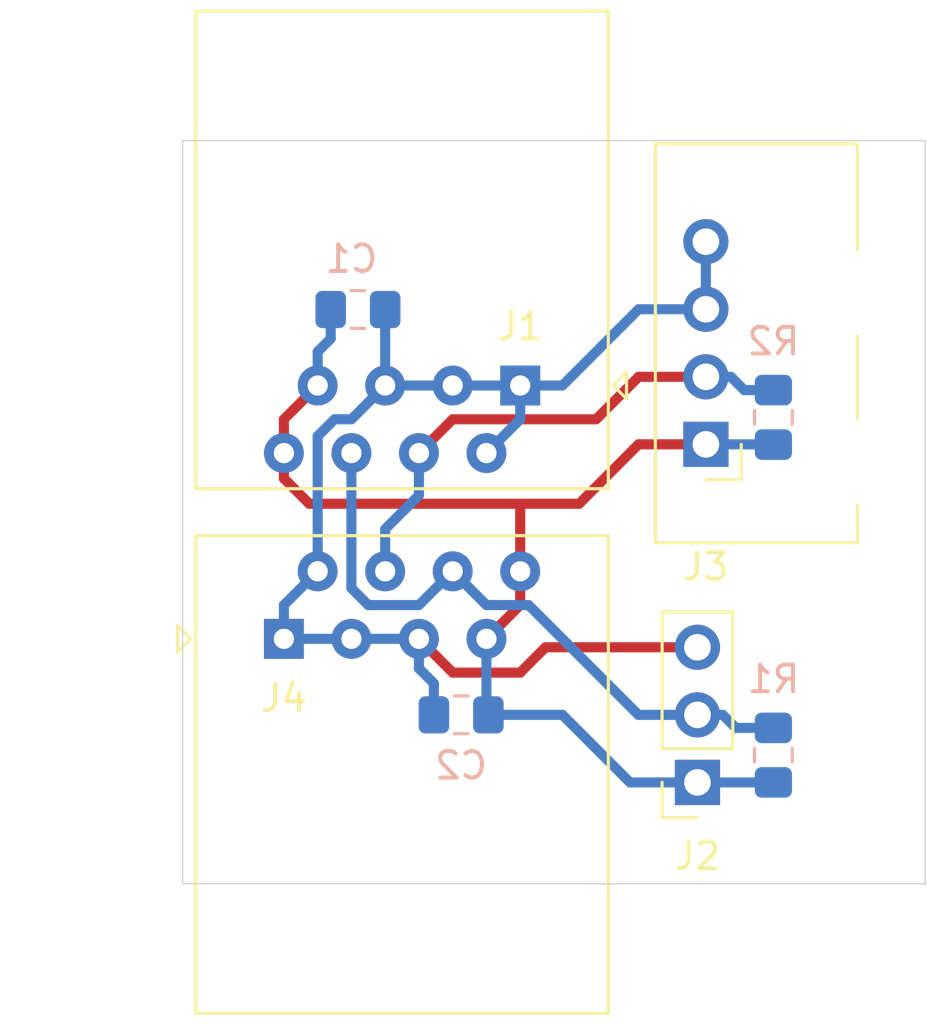
<source format=kicad_pcb>
(kicad_pcb (version 20171130) (host pcbnew "(5.1.5)-3")

  (general
    (thickness 1.6)
    (drawings 6)
    (tracks 68)
    (zones 0)
    (modules 12)
    (nets 5)
  )

  (page A4)
  (layers
    (0 F.Cu signal)
    (31 B.Cu signal)
    (32 B.Adhes user)
    (33 F.Adhes user)
    (34 B.Paste user)
    (35 F.Paste user)
    (36 B.SilkS user)
    (37 F.SilkS user)
    (38 B.Mask user)
    (39 F.Mask user)
    (40 Dwgs.User user)
    (41 Cmts.User user)
    (42 Eco1.User user)
    (43 Eco2.User user)
    (44 Edge.Cuts user)
    (45 Margin user)
    (46 B.CrtYd user)
    (47 F.CrtYd user)
    (48 B.Fab user hide)
    (49 F.Fab user hide)
  )

  (setup
    (last_trace_width 0.25)
    (user_trace_width 0.381)
    (trace_clearance 0.2)
    (zone_clearance 0.508)
    (zone_45_only no)
    (trace_min 0.2)
    (via_size 0.8)
    (via_drill 0.4)
    (via_min_size 0.4)
    (via_min_drill 0.3)
    (user_via 0.635 0.381)
    (uvia_size 0.3)
    (uvia_drill 0.1)
    (uvias_allowed no)
    (uvia_min_size 0.2)
    (uvia_min_drill 0.1)
    (edge_width 0.05)
    (segment_width 0.2)
    (pcb_text_width 0.3)
    (pcb_text_size 1.5 1.5)
    (mod_edge_width 0.12)
    (mod_text_size 1 1)
    (mod_text_width 0.15)
    (pad_size 1.524 1.524)
    (pad_drill 0.762)
    (pad_to_mask_clearance 0.051)
    (solder_mask_min_width 0.25)
    (aux_axis_origin 0 0)
    (grid_origin 113.665 109.22)
    (visible_elements 7FFFFFFF)
    (pcbplotparams
      (layerselection 0x010fc_ffffffff)
      (usegerberextensions false)
      (usegerberattributes false)
      (usegerberadvancedattributes false)
      (creategerberjobfile false)
      (excludeedgelayer true)
      (linewidth 0.100000)
      (plotframeref false)
      (viasonmask false)
      (mode 1)
      (useauxorigin false)
      (hpglpennumber 1)
      (hpglpenspeed 20)
      (hpglpendiameter 15.000000)
      (psnegative false)
      (psa4output false)
      (plotreference true)
      (plotvalue true)
      (plotinvisibletext false)
      (padsonsilk false)
      (subtractmaskfromsilk false)
      (outputformat 1)
      (mirror false)
      (drillshape 0)
      (scaleselection 1)
      (outputdirectory ""))
  )

  (net 0 "")
  (net 1 GND)
  (net 2 +5V)
  (net 3 /S2)
  (net 4 /S1)

  (net_class Default "This is the default net class."
    (clearance 0.2)
    (trace_width 0.25)
    (via_dia 0.8)
    (via_drill 0.4)
    (uvia_dia 0.3)
    (uvia_drill 0.1)
    (add_net +5V)
    (add_net /S1)
    (add_net /S2)
    (add_net GND)
  )

  (module 0MiscParts:MountingHole_1-8_1-8 (layer F.Cu) (tedit 5F5E5AE9) (tstamp 5F5EB799)
    (at 139.065 106.045)
    (path /5F5F5D63)
    (fp_text reference H4 (at 0 2.032) (layer F.Fab)
      (effects (font (size 1 1) (thickness 0.15)))
    )
    (fp_text value MountingHole (at 0 -2.032) (layer F.Fab)
      (effects (font (size 1 1) (thickness 0.15)))
    )
    (pad "" np_thru_hole circle (at 0 0) (size 3.175 3.175) (drill 3.175) (layers *.Cu *.Mask))
  )

  (module 0MiscParts:MountingHole_1-8_1-8 (layer F.Cu) (tedit 5F5E5AE9) (tstamp 5F5EB794)
    (at 139.065 86.995)
    (path /5F5F5BDD)
    (fp_text reference H3 (at 0 2.032) (layer F.Fab)
      (effects (font (size 1 1) (thickness 0.15)))
    )
    (fp_text value MountingHole (at 0 -2.032) (layer F.Fab)
      (effects (font (size 1 1) (thickness 0.15)))
    )
    (pad "" np_thru_hole circle (at 0 0) (size 3.175 3.175) (drill 3.175) (layers *.Cu *.Mask))
  )

  (module 0MiscParts:MountingHole_1-8_1-8 (layer F.Cu) (tedit 5F5E5AE9) (tstamp 5F5EB78F)
    (at 139.065 99.695)
    (path /5F5F5A6D)
    (fp_text reference H2 (at 0 2.032) (layer F.Fab)
      (effects (font (size 1 1) (thickness 0.15)))
    )
    (fp_text value MountingHole (at 0 -2.032) (layer F.Fab)
      (effects (font (size 1 1) (thickness 0.15)))
    )
    (pad "" np_thru_hole circle (at 0 0) (size 3.175 3.175) (drill 3.175) (layers *.Cu *.Mask))
  )

  (module 0MiscParts:MountingHole_1-8_1-8 (layer F.Cu) (tedit 5F5E5AE9) (tstamp 5F5EB78A)
    (at 139.065 93.345)
    (path /5F5F4A43)
    (fp_text reference H1 (at 0 2.032) (layer F.Fab)
      (effects (font (size 1 1) (thickness 0.15)))
    )
    (fp_text value MountingHole (at 0 -2.032) (layer F.Fab)
      (effects (font (size 1 1) (thickness 0.15)))
    )
    (pad "" np_thru_hole circle (at 0 0) (size 3.175 3.175) (drill 3.175) (layers *.Cu *.Mask))
  )

  (module Connector_RJ:RJ45_Amphenol_54602-x08_Horizontal (layer F.Cu) (tedit 5B103613) (tstamp 5F5EA42A)
    (at 117.475 100.0125)
    (descr "8 Pol Shallow Latch Connector, Modjack, RJ45 (https://cdn.amphenol-icc.com/media/wysiwyg/files/drawing/c-bmj-0102.pdf)")
    (tags RJ45)
    (path /5F5EBD5F)
    (fp_text reference J4 (at 0 2.2225) (layer F.SilkS)
      (effects (font (size 1 1) (thickness 0.15)))
    )
    (fp_text value RJ45 (at 4.445 4) (layer F.Fab)
      (effects (font (size 1 1) (thickness 0.15)))
    )
    (fp_line (start 12.6 14.47) (end -3.71 14.47) (layer F.CrtYd) (width 0.05))
    (fp_line (start 12.6 14.47) (end 12.6 -4.27) (layer F.CrtYd) (width 0.05))
    (fp_line (start -3.71 -4.27) (end -3.71 14.47) (layer F.CrtYd) (width 0.05))
    (fp_line (start -3.71 -4.27) (end 12.6 -4.27) (layer F.CrtYd) (width 0.05))
    (fp_line (start -3.315 -3.88) (end -3.315 14.08) (layer F.SilkS) (width 0.12))
    (fp_line (start 12.205 -3.88) (end -3.315 -3.88) (layer F.SilkS) (width 0.12))
    (fp_line (start 12.205 -3.88) (end 12.205 14.08) (layer F.SilkS) (width 0.12))
    (fp_line (start -3.315 14.08) (end 12.205 14.08) (layer F.SilkS) (width 0.12))
    (fp_line (start -3.205 -2.77) (end -2.205 -3.77) (layer F.Fab) (width 0.12))
    (fp_line (start -2.205 -3.77) (end 12.095 -3.77) (layer F.Fab) (width 0.12))
    (fp_line (start 12.095 -3.77) (end 12.095 13.97) (layer F.Fab) (width 0.12))
    (fp_line (start 12.095 13.97) (end -3.205 13.97) (layer F.Fab) (width 0.12))
    (fp_line (start -3.205 13.97) (end -3.205 -2.77) (layer F.Fab) (width 0.12))
    (fp_line (start -3.5 0) (end -4 -0.5) (layer F.SilkS) (width 0.12))
    (fp_line (start -4 -0.5) (end -4 0.5) (layer F.SilkS) (width 0.12))
    (fp_line (start -4 0.5) (end -3.5 0) (layer F.SilkS) (width 0.12))
    (fp_text user %R (at 4.445 2) (layer F.Fab)
      (effects (font (size 1 1) (thickness 0.15)))
    )
    (pad 8 thru_hole circle (at 8.89 -2.54) (size 1.5 1.5) (drill 0.76) (layers *.Cu *.Mask)
      (net 2 +5V))
    (pad 7 thru_hole circle (at 7.62 0) (size 1.5 1.5) (drill 0.76) (layers *.Cu *.Mask)
      (net 2 +5V))
    (pad 6 thru_hole circle (at 6.35 -2.54) (size 1.5 1.5) (drill 0.76) (layers *.Cu *.Mask)
      (net 3 /S2))
    (pad 5 thru_hole circle (at 5.08 0) (size 1.5 1.5) (drill 0.76) (layers *.Cu *.Mask)
      (net 1 GND))
    (pad 4 thru_hole circle (at 3.81 -2.54) (size 1.5 1.5) (drill 0.76) (layers *.Cu *.Mask)
      (net 4 /S1))
    (pad 3 thru_hole circle (at 2.54 0) (size 1.5 1.5) (drill 0.76) (layers *.Cu *.Mask)
      (net 1 GND))
    (pad 2 thru_hole circle (at 1.27 -2.54) (size 1.5 1.5) (drill 0.76) (layers *.Cu *.Mask)
      (net 1 GND))
    (pad 1 thru_hole rect (at 0 0) (size 1.5 1.5) (drill 0.76) (layers *.Cu *.Mask)
      (net 1 GND))
    (pad "" np_thru_hole circle (at -1.27 6.35) (size 3.2 3.2) (drill 3.2) (layers *.Cu *.Mask))
    (pad "" np_thru_hole circle (at 10.16 6.35) (size 3.2 3.2) (drill 3.2) (layers *.Cu *.Mask))
    (model ${KISYS3DMOD}/Connector_RJ.3dshapes/RJ45_Amphenol_54602-x08_Horizontal.wrl
      (at (xyz 0 0 0))
      (scale (xyz 1 1 1))
      (rotate (xyz 0 0 0))
    )
  )

  (module Capacitor_SMD:C_0805_2012Metric_Pad1.15x1.40mm_HandSolder (layer B.Cu) (tedit 5B36C52B) (tstamp 5F5EA375)
    (at 124.1425 102.87 180)
    (descr "Capacitor SMD 0805 (2012 Metric), square (rectangular) end terminal, IPC_7351 nominal with elongated pad for handsoldering. (Body size source: https://docs.google.com/spreadsheets/d/1BsfQQcO9C6DZCsRaXUlFlo91Tg2WpOkGARC1WS5S8t0/edit?usp=sharing), generated with kicad-footprint-generator")
    (tags "capacitor handsolder")
    (path /5F5EBD65)
    (attr smd)
    (fp_text reference C2 (at 0 -1.905) (layer B.SilkS)
      (effects (font (size 1 1) (thickness 0.15)) (justify mirror))
    )
    (fp_text value C (at 0 -1.65) (layer B.Fab)
      (effects (font (size 1 1) (thickness 0.15)) (justify mirror))
    )
    (fp_text user %R (at 0 0) (layer B.Fab)
      (effects (font (size 0.5 0.5) (thickness 0.08)) (justify mirror))
    )
    (fp_line (start 1.85 -0.95) (end -1.85 -0.95) (layer B.CrtYd) (width 0.05))
    (fp_line (start 1.85 0.95) (end 1.85 -0.95) (layer B.CrtYd) (width 0.05))
    (fp_line (start -1.85 0.95) (end 1.85 0.95) (layer B.CrtYd) (width 0.05))
    (fp_line (start -1.85 -0.95) (end -1.85 0.95) (layer B.CrtYd) (width 0.05))
    (fp_line (start -0.261252 -0.71) (end 0.261252 -0.71) (layer B.SilkS) (width 0.12))
    (fp_line (start -0.261252 0.71) (end 0.261252 0.71) (layer B.SilkS) (width 0.12))
    (fp_line (start 1 -0.6) (end -1 -0.6) (layer B.Fab) (width 0.1))
    (fp_line (start 1 0.6) (end 1 -0.6) (layer B.Fab) (width 0.1))
    (fp_line (start -1 0.6) (end 1 0.6) (layer B.Fab) (width 0.1))
    (fp_line (start -1 -0.6) (end -1 0.6) (layer B.Fab) (width 0.1))
    (pad 2 smd roundrect (at 1.025 0 180) (size 1.15 1.4) (layers B.Cu B.Paste B.Mask) (roundrect_rratio 0.217391)
      (net 1 GND))
    (pad 1 smd roundrect (at -1.025 0 180) (size 1.15 1.4) (layers B.Cu B.Paste B.Mask) (roundrect_rratio 0.217391)
      (net 2 +5V))
    (model ${KISYS3DMOD}/Capacitor_SMD.3dshapes/C_0805_2012Metric.wrl
      (at (xyz 0 0 0))
      (scale (xyz 1 1 1))
      (rotate (xyz 0 0 0))
    )
  )

  (module 0MiscParts:DHT22 (layer F.Cu) (tedit 5F5E44BB) (tstamp 5F16AB5B)
    (at 133.35 88.9 180)
    (descr "Through hole straight pin header, 1x04, 2.54mm pitch, single row")
    (tags "Through hole pin header THT 1x04 2.54mm single row")
    (path /5F1759B0)
    (fp_text reference J3 (at 0 -8.4) (layer F.SilkS)
      (effects (font (size 1 1) (thickness 0.15)))
    )
    (fp_text value Conn_01x04_Female (at -0.1 9.1) (layer F.Fab)
      (effects (font (size 1 1) (thickness 0.15)))
    )
    (fp_text user %R (at -0.1 0.01 90) (layer F.Fab)
      (effects (font (size 1 1) (thickness 0.15)))
    )
    (fp_line (start 2 -7.6) (end -5.8 -7.6) (layer F.CrtYd) (width 0.05))
    (fp_line (start 2 7.6) (end 2 -7.6) (layer F.CrtYd) (width 0.05))
    (fp_line (start -5.8 7.6) (end 2 7.6) (layer F.CrtYd) (width 0.05))
    (fp_line (start -5.8 -7.6) (end -5.8 7.6) (layer F.CrtYd) (width 0.05))
    (fp_line (start -1.33 -5.13) (end 0 -5.13) (layer F.SilkS) (width 0.12))
    (fp_line (start -1.33 -3.8) (end -1.33 -5.13) (layer F.SilkS) (width 0.12))
    (fp_line (start -5.7 -7.5) (end 1.9 -7.5) (layer F.SilkS) (width 0.12))
    (fp_line (start 1.9 -7.5) (end 1.9 7.5) (layer F.SilkS) (width 0.12))
    (fp_line (start -5.7 -7.5) (end -5.7 7.5) (layer F.SilkS) (width 0.12))
    (fp_line (start -5.6 7.5) (end 1.9 7.5) (layer F.SilkS) (width 0.12))
    (fp_line (start -1.27 -4.435) (end -0.635 -5.07) (layer F.Fab) (width 0.1))
    (fp_line (start -1.27 5.09) (end -1.27 -4.435) (layer F.Fab) (width 0.1))
    (fp_line (start 1.27 5.09) (end -1.27 5.09) (layer F.Fab) (width 0.1))
    (fp_line (start 1.27 -5.07) (end 1.27 5.09) (layer F.Fab) (width 0.1))
    (fp_line (start -0.635 -5.07) (end 1.27 -5.07) (layer F.Fab) (width 0.1))
    (pad 4 thru_hole oval (at 0 3.82 180) (size 1.7 1.7) (drill 1) (layers *.Cu *.Mask)
      (net 1 GND))
    (pad 3 thru_hole oval (at 0 1.28 180) (size 1.7 1.7) (drill 1) (layers *.Cu *.Mask)
      (net 1 GND))
    (pad 2 thru_hole oval (at 0 -1.26 180) (size 1.7 1.7) (drill 1) (layers *.Cu *.Mask)
      (net 4 /S1))
    (pad 1 thru_hole rect (at 0 -3.8 180) (size 1.7 1.7) (drill 1) (layers *.Cu *.Mask)
      (net 2 +5V))
    (model ${KISYS3DMOD}/Connector_PinHeader_2.54mm.3dshapes/PinHeader_1x04_P2.54mm_Vertical.wrl
      (at (xyz 0 0 0))
      (scale (xyz 1 1 1))
      (rotate (xyz 0 0 0))
    )
  )

  (module Resistor_SMD:R_0805_2012Metric_Pad1.15x1.40mm_HandSolder (layer B.Cu) (tedit 5B36C52B) (tstamp 5F16A8C9)
    (at 135.89 91.685 90)
    (descr "Resistor SMD 0805 (2012 Metric), square (rectangular) end terminal, IPC_7351 nominal with elongated pad for handsoldering. (Body size source: https://docs.google.com/spreadsheets/d/1BsfQQcO9C6DZCsRaXUlFlo91Tg2WpOkGARC1WS5S8t0/edit?usp=sharing), generated with kicad-footprint-generator")
    (tags "resistor handsolder")
    (path /5F16E4CE)
    (attr smd)
    (fp_text reference R2 (at 2.8575 0 180) (layer B.SilkS)
      (effects (font (size 1 1) (thickness 0.15)) (justify mirror))
    )
    (fp_text value R (at 0 -1.65 90) (layer B.Fab)
      (effects (font (size 1 1) (thickness 0.15)) (justify mirror))
    )
    (fp_text user %R (at 0 0 90) (layer B.Fab)
      (effects (font (size 0.5 0.5) (thickness 0.08)) (justify mirror))
    )
    (fp_line (start 1.85 -0.95) (end -1.85 -0.95) (layer B.CrtYd) (width 0.05))
    (fp_line (start 1.85 0.95) (end 1.85 -0.95) (layer B.CrtYd) (width 0.05))
    (fp_line (start -1.85 0.95) (end 1.85 0.95) (layer B.CrtYd) (width 0.05))
    (fp_line (start -1.85 -0.95) (end -1.85 0.95) (layer B.CrtYd) (width 0.05))
    (fp_line (start -0.261252 -0.71) (end 0.261252 -0.71) (layer B.SilkS) (width 0.12))
    (fp_line (start -0.261252 0.71) (end 0.261252 0.71) (layer B.SilkS) (width 0.12))
    (fp_line (start 1 -0.6) (end -1 -0.6) (layer B.Fab) (width 0.1))
    (fp_line (start 1 0.6) (end 1 -0.6) (layer B.Fab) (width 0.1))
    (fp_line (start -1 0.6) (end 1 0.6) (layer B.Fab) (width 0.1))
    (fp_line (start -1 -0.6) (end -1 0.6) (layer B.Fab) (width 0.1))
    (pad 2 smd roundrect (at 1.025 0 90) (size 1.15 1.4) (layers B.Cu B.Paste B.Mask) (roundrect_rratio 0.217391)
      (net 4 /S1))
    (pad 1 smd roundrect (at -1.025 0 90) (size 1.15 1.4) (layers B.Cu B.Paste B.Mask) (roundrect_rratio 0.217391)
      (net 2 +5V))
    (model ${KISYS3DMOD}/Resistor_SMD.3dshapes/R_0805_2012Metric.wrl
      (at (xyz 0 0 0))
      (scale (xyz 1 1 1))
      (rotate (xyz 0 0 0))
    )
  )

  (module Resistor_SMD:R_0805_2012Metric_Pad1.15x1.40mm_HandSolder (layer B.Cu) (tedit 5B36C52B) (tstamp 5F16A8B8)
    (at 135.89 104.385 90)
    (descr "Resistor SMD 0805 (2012 Metric), square (rectangular) end terminal, IPC_7351 nominal with elongated pad for handsoldering. (Body size source: https://docs.google.com/spreadsheets/d/1BsfQQcO9C6DZCsRaXUlFlo91Tg2WpOkGARC1WS5S8t0/edit?usp=sharing), generated with kicad-footprint-generator")
    (tags "resistor handsolder")
    (path /5F16C17A)
    (attr smd)
    (fp_text reference R1 (at 2.8575 0 180) (layer B.SilkS)
      (effects (font (size 1 1) (thickness 0.15)) (justify mirror))
    )
    (fp_text value R (at 0 -1.65 90) (layer B.Fab)
      (effects (font (size 1 1) (thickness 0.15)) (justify mirror))
    )
    (fp_text user %R (at 0 0 90) (layer B.Fab)
      (effects (font (size 0.5 0.5) (thickness 0.08)) (justify mirror))
    )
    (fp_line (start 1.85 -0.95) (end -1.85 -0.95) (layer B.CrtYd) (width 0.05))
    (fp_line (start 1.85 0.95) (end 1.85 -0.95) (layer B.CrtYd) (width 0.05))
    (fp_line (start -1.85 0.95) (end 1.85 0.95) (layer B.CrtYd) (width 0.05))
    (fp_line (start -1.85 -0.95) (end -1.85 0.95) (layer B.CrtYd) (width 0.05))
    (fp_line (start -0.261252 -0.71) (end 0.261252 -0.71) (layer B.SilkS) (width 0.12))
    (fp_line (start -0.261252 0.71) (end 0.261252 0.71) (layer B.SilkS) (width 0.12))
    (fp_line (start 1 -0.6) (end -1 -0.6) (layer B.Fab) (width 0.1))
    (fp_line (start 1 0.6) (end 1 -0.6) (layer B.Fab) (width 0.1))
    (fp_line (start -1 0.6) (end 1 0.6) (layer B.Fab) (width 0.1))
    (fp_line (start -1 -0.6) (end -1 0.6) (layer B.Fab) (width 0.1))
    (pad 2 smd roundrect (at 1.025 0 90) (size 1.15 1.4) (layers B.Cu B.Paste B.Mask) (roundrect_rratio 0.217391)
      (net 3 /S2))
    (pad 1 smd roundrect (at -1.025 0 90) (size 1.15 1.4) (layers B.Cu B.Paste B.Mask) (roundrect_rratio 0.217391)
      (net 2 +5V))
    (model ${KISYS3DMOD}/Resistor_SMD.3dshapes/R_0805_2012Metric.wrl
      (at (xyz 0 0 0))
      (scale (xyz 1 1 1))
      (rotate (xyz 0 0 0))
    )
  )

  (module Connector_PinSocket_2.54mm:PinSocket_1x03_P2.54mm_Vertical (layer F.Cu) (tedit 5A19A429) (tstamp 5F16A890)
    (at 133.0325 105.41 180)
    (descr "Through hole straight socket strip, 1x03, 2.54mm pitch, single row (from Kicad 4.0.7), script generated")
    (tags "Through hole socket strip THT 1x03 2.54mm single row")
    (path /5F16B28C)
    (fp_text reference J2 (at 0 -2.77) (layer F.SilkS)
      (effects (font (size 1 1) (thickness 0.15)))
    )
    (fp_text value Conn_01x03_Female (at 0 7.85) (layer F.Fab)
      (effects (font (size 1 1) (thickness 0.15)))
    )
    (fp_text user %R (at 0 2.54 90) (layer F.Fab)
      (effects (font (size 1 1) (thickness 0.15)))
    )
    (fp_line (start -1.8 6.85) (end -1.8 -1.8) (layer F.CrtYd) (width 0.05))
    (fp_line (start 1.75 6.85) (end -1.8 6.85) (layer F.CrtYd) (width 0.05))
    (fp_line (start 1.75 -1.8) (end 1.75 6.85) (layer F.CrtYd) (width 0.05))
    (fp_line (start -1.8 -1.8) (end 1.75 -1.8) (layer F.CrtYd) (width 0.05))
    (fp_line (start 0 -1.33) (end 1.33 -1.33) (layer F.SilkS) (width 0.12))
    (fp_line (start 1.33 -1.33) (end 1.33 0) (layer F.SilkS) (width 0.12))
    (fp_line (start 1.33 1.27) (end 1.33 6.41) (layer F.SilkS) (width 0.12))
    (fp_line (start -1.33 6.41) (end 1.33 6.41) (layer F.SilkS) (width 0.12))
    (fp_line (start -1.33 1.27) (end -1.33 6.41) (layer F.SilkS) (width 0.12))
    (fp_line (start -1.33 1.27) (end 1.33 1.27) (layer F.SilkS) (width 0.12))
    (fp_line (start -1.27 6.35) (end -1.27 -1.27) (layer F.Fab) (width 0.1))
    (fp_line (start 1.27 6.35) (end -1.27 6.35) (layer F.Fab) (width 0.1))
    (fp_line (start 1.27 -0.635) (end 1.27 6.35) (layer F.Fab) (width 0.1))
    (fp_line (start 0.635 -1.27) (end 1.27 -0.635) (layer F.Fab) (width 0.1))
    (fp_line (start -1.27 -1.27) (end 0.635 -1.27) (layer F.Fab) (width 0.1))
    (pad 3 thru_hole oval (at 0 5.08 180) (size 1.7 1.7) (drill 1) (layers *.Cu *.Mask)
      (net 1 GND))
    (pad 2 thru_hole oval (at 0 2.54 180) (size 1.7 1.7) (drill 1) (layers *.Cu *.Mask)
      (net 3 /S2))
    (pad 1 thru_hole rect (at 0 0 180) (size 1.7 1.7) (drill 1) (layers *.Cu *.Mask)
      (net 2 +5V))
    (model ${KISYS3DMOD}/Connector_PinSocket_2.54mm.3dshapes/PinSocket_1x03_P2.54mm_Vertical.wrl
      (at (xyz 0 0 0))
      (scale (xyz 1 1 1))
      (rotate (xyz 0 0 0))
    )
  )

  (module Connector_RJ:RJ45_Amphenol_54602-x08_Horizontal (layer F.Cu) (tedit 5B103613) (tstamp 5F16A879)
    (at 126.365 90.4875 180)
    (descr "8 Pol Shallow Latch Connector, Modjack, RJ45 (https://cdn.amphenol-icc.com/media/wysiwyg/files/drawing/c-bmj-0102.pdf)")
    (tags RJ45)
    (path /5F16AA01)
    (fp_text reference J1 (at 0 2.2225) (layer F.SilkS)
      (effects (font (size 1 1) (thickness 0.15)))
    )
    (fp_text value RJ45 (at 4.445 4) (layer F.Fab)
      (effects (font (size 1 1) (thickness 0.15)))
    )
    (fp_line (start 12.6 14.47) (end -3.71 14.47) (layer F.CrtYd) (width 0.05))
    (fp_line (start 12.6 14.47) (end 12.6 -4.27) (layer F.CrtYd) (width 0.05))
    (fp_line (start -3.71 -4.27) (end -3.71 14.47) (layer F.CrtYd) (width 0.05))
    (fp_line (start -3.71 -4.27) (end 12.6 -4.27) (layer F.CrtYd) (width 0.05))
    (fp_line (start -3.315 -3.88) (end -3.315 14.08) (layer F.SilkS) (width 0.12))
    (fp_line (start 12.205 -3.88) (end -3.315 -3.88) (layer F.SilkS) (width 0.12))
    (fp_line (start 12.205 -3.88) (end 12.205 14.08) (layer F.SilkS) (width 0.12))
    (fp_line (start -3.315 14.08) (end 12.205 14.08) (layer F.SilkS) (width 0.12))
    (fp_line (start -3.205 -2.77) (end -2.205 -3.77) (layer F.Fab) (width 0.12))
    (fp_line (start -2.205 -3.77) (end 12.095 -3.77) (layer F.Fab) (width 0.12))
    (fp_line (start 12.095 -3.77) (end 12.095 13.97) (layer F.Fab) (width 0.12))
    (fp_line (start 12.095 13.97) (end -3.205 13.97) (layer F.Fab) (width 0.12))
    (fp_line (start -3.205 13.97) (end -3.205 -2.77) (layer F.Fab) (width 0.12))
    (fp_line (start -3.5 0) (end -4 -0.5) (layer F.SilkS) (width 0.12))
    (fp_line (start -4 -0.5) (end -4 0.5) (layer F.SilkS) (width 0.12))
    (fp_line (start -4 0.5) (end -3.5 0) (layer F.SilkS) (width 0.12))
    (fp_text user %R (at 4.445 2) (layer F.Fab)
      (effects (font (size 1 1) (thickness 0.15)))
    )
    (pad 8 thru_hole circle (at 8.89 -2.54 180) (size 1.5 1.5) (drill 0.76) (layers *.Cu *.Mask)
      (net 2 +5V))
    (pad 7 thru_hole circle (at 7.62 0 180) (size 1.5 1.5) (drill 0.76) (layers *.Cu *.Mask)
      (net 2 +5V))
    (pad 6 thru_hole circle (at 6.35 -2.54 180) (size 1.5 1.5) (drill 0.76) (layers *.Cu *.Mask)
      (net 3 /S2))
    (pad 5 thru_hole circle (at 5.08 0 180) (size 1.5 1.5) (drill 0.76) (layers *.Cu *.Mask)
      (net 1 GND))
    (pad 4 thru_hole circle (at 3.81 -2.54 180) (size 1.5 1.5) (drill 0.76) (layers *.Cu *.Mask)
      (net 4 /S1))
    (pad 3 thru_hole circle (at 2.54 0 180) (size 1.5 1.5) (drill 0.76) (layers *.Cu *.Mask)
      (net 1 GND))
    (pad 2 thru_hole circle (at 1.27 -2.54 180) (size 1.5 1.5) (drill 0.76) (layers *.Cu *.Mask)
      (net 1 GND))
    (pad 1 thru_hole rect (at 0 0 180) (size 1.5 1.5) (drill 0.76) (layers *.Cu *.Mask)
      (net 1 GND))
    (pad "" np_thru_hole circle (at -1.27 6.35 180) (size 3.2 3.2) (drill 3.2) (layers *.Cu *.Mask))
    (pad "" np_thru_hole circle (at 10.16 6.35 180) (size 3.2 3.2) (drill 3.2) (layers *.Cu *.Mask))
    (model ${KISYS3DMOD}/Connector_RJ.3dshapes/RJ45_Amphenol_54602-x08_Horizontal.wrl
      (at (xyz 0 0 0))
      (scale (xyz 1 1 1))
      (rotate (xyz 0 0 0))
    )
  )

  (module Capacitor_SMD:C_0805_2012Metric_Pad1.15x1.40mm_HandSolder (layer B.Cu) (tedit 5B36C52B) (tstamp 5F16A85A)
    (at 120.26 87.63)
    (descr "Capacitor SMD 0805 (2012 Metric), square (rectangular) end terminal, IPC_7351 nominal with elongated pad for handsoldering. (Body size source: https://docs.google.com/spreadsheets/d/1BsfQQcO9C6DZCsRaXUlFlo91Tg2WpOkGARC1WS5S8t0/edit?usp=sharing), generated with kicad-footprint-generator")
    (tags "capacitor handsolder")
    (path /5F16BC9C)
    (attr smd)
    (fp_text reference C1 (at -0.245 -1.905) (layer B.SilkS)
      (effects (font (size 1 1) (thickness 0.15)) (justify mirror))
    )
    (fp_text value C (at 0 -1.65) (layer B.Fab)
      (effects (font (size 1 1) (thickness 0.15)) (justify mirror))
    )
    (fp_text user %R (at 0 0) (layer B.Fab)
      (effects (font (size 0.5 0.5) (thickness 0.08)) (justify mirror))
    )
    (fp_line (start 1.85 -0.95) (end -1.85 -0.95) (layer B.CrtYd) (width 0.05))
    (fp_line (start 1.85 0.95) (end 1.85 -0.95) (layer B.CrtYd) (width 0.05))
    (fp_line (start -1.85 0.95) (end 1.85 0.95) (layer B.CrtYd) (width 0.05))
    (fp_line (start -1.85 -0.95) (end -1.85 0.95) (layer B.CrtYd) (width 0.05))
    (fp_line (start -0.261252 -0.71) (end 0.261252 -0.71) (layer B.SilkS) (width 0.12))
    (fp_line (start -0.261252 0.71) (end 0.261252 0.71) (layer B.SilkS) (width 0.12))
    (fp_line (start 1 -0.6) (end -1 -0.6) (layer B.Fab) (width 0.1))
    (fp_line (start 1 0.6) (end 1 -0.6) (layer B.Fab) (width 0.1))
    (fp_line (start -1 0.6) (end 1 0.6) (layer B.Fab) (width 0.1))
    (fp_line (start -1 -0.6) (end -1 0.6) (layer B.Fab) (width 0.1))
    (pad 2 smd roundrect (at 1.025 0) (size 1.15 1.4) (layers B.Cu B.Paste B.Mask) (roundrect_rratio 0.217391)
      (net 1 GND))
    (pad 1 smd roundrect (at -1.025 0) (size 1.15 1.4) (layers B.Cu B.Paste B.Mask) (roundrect_rratio 0.217391)
      (net 2 +5V))
    (model ${KISYS3DMOD}/Capacitor_SMD.3dshapes/C_0805_2012Metric.wrl
      (at (xyz 0 0 0))
      (scale (xyz 1 1 1))
      (rotate (xyz 0 0 0))
    )
  )

  (dimension 27.94 (width 0.15) (layer Dwgs.User)
    (gr_text "1.1000 in" (at 110.46 95.25 270) (layer Dwgs.User)
      (effects (font (size 1 1) (thickness 0.15)))
    )
    (feature1 (pts (xy 113.665 109.22) (xy 111.173579 109.22)))
    (feature2 (pts (xy 113.665 81.28) (xy 111.173579 81.28)))
    (crossbar (pts (xy 111.76 81.28) (xy 111.76 109.22)))
    (arrow1a (pts (xy 111.76 109.22) (xy 111.173579 108.093496)))
    (arrow1b (pts (xy 111.76 109.22) (xy 112.346421 108.093496)))
    (arrow2a (pts (xy 111.76 81.28) (xy 111.173579 82.406504)))
    (arrow2b (pts (xy 111.76 81.28) (xy 112.346421 82.406504)))
  )
  (dimension 27.94 (width 0.15) (layer Dwgs.User)
    (gr_text "1.1000 in" (at 127.635 78.075) (layer Dwgs.User)
      (effects (font (size 1 1) (thickness 0.15)))
    )
    (feature1 (pts (xy 141.605 81.28) (xy 141.605 78.788579)))
    (feature2 (pts (xy 113.665 81.28) (xy 113.665 78.788579)))
    (crossbar (pts (xy 113.665 79.375) (xy 141.605 79.375)))
    (arrow1a (pts (xy 141.605 79.375) (xy 140.478496 79.961421)))
    (arrow1b (pts (xy 141.605 79.375) (xy 140.478496 78.788579)))
    (arrow2a (pts (xy 113.665 79.375) (xy 114.791504 79.961421)))
    (arrow2b (pts (xy 113.665 79.375) (xy 114.791504 78.788579)))
  )
  (gr_line (start 141.605 81.28) (end 141.605 109.22) (layer Edge.Cuts) (width 0.05))
  (gr_line (start 141.605 109.22) (end 113.665 109.22) (layer Edge.Cuts) (width 0.05))
  (gr_line (start 113.665 81.28) (end 141.605 81.28) (layer Edge.Cuts) (width 0.05))
  (gr_line (start 113.665 109.22) (end 113.665 81.28) (layer Edge.Cuts) (width 0.05))

  (segment (start 122.555 100.0125) (end 120.015 100.0125) (width 0.381) (layer B.Cu) (net 1))
  (segment (start 120.015 100.0125) (end 117.475 100.0125) (width 0.381) (layer B.Cu) (net 1))
  (segment (start 117.475 98.7425) (end 118.745 97.4725) (width 0.381) (layer B.Cu) (net 1))
  (segment (start 117.475 100.0125) (end 117.475 98.7425) (width 0.381) (layer B.Cu) (net 1))
  (segment (start 121.285 90.4875) (end 123.825 90.4875) (width 0.381) (layer B.Cu) (net 1))
  (segment (start 123.825 90.4875) (end 126.365 90.4875) (width 0.381) (layer B.Cu) (net 1))
  (segment (start 126.365 91.7575) (end 125.095 93.0275) (width 0.381) (layer B.Cu) (net 1))
  (segment (start 126.365 90.4875) (end 126.365 91.7575) (width 0.381) (layer B.Cu) (net 1))
  (segment (start 133.35 85.08) (end 133.35 87.62) (width 0.381) (layer B.Cu) (net 1))
  (segment (start 121.285 90.4875) (end 121.285 87.63) (width 0.381) (layer B.Cu) (net 1))
  (segment (start 126.365 101.2825) (end 127.3175 100.33) (width 0.381) (layer F.Cu) (net 1))
  (segment (start 122.555 100.0125) (end 123.825 101.2825) (width 0.381) (layer F.Cu) (net 1))
  (segment (start 123.825 101.2825) (end 126.365 101.2825) (width 0.381) (layer F.Cu) (net 1))
  (segment (start 127.3175 100.33) (end 127.3175 100.33) (width 0.381) (layer F.Cu) (net 1) (tstamp 5F5EBF42))
  (segment (start 123.1175 101.68625) (end 123.1175 102.87) (width 0.381) (layer B.Cu) (net 1))
  (segment (start 122.555 100.0125) (end 122.555 101.12375) (width 0.381) (layer B.Cu) (net 1))
  (segment (start 122.555 101.12375) (end 123.1175 101.68625) (width 0.381) (layer B.Cu) (net 1))
  (segment (start 126.365 90.4875) (end 127.9525 90.4875) (width 0.381) (layer B.Cu) (net 1))
  (segment (start 130.82 87.62) (end 133.35 87.62) (width 0.381) (layer B.Cu) (net 1))
  (segment (start 127.9525 90.4875) (end 130.82 87.62) (width 0.381) (layer B.Cu) (net 1))
  (segment (start 118.745 97.4725) (end 118.745 92.3925) (width 0.381) (layer B.Cu) (net 1))
  (segment (start 119.38 91.7575) (end 120.015 91.7575) (width 0.381) (layer B.Cu) (net 1))
  (segment (start 120.015 91.7575) (end 121.285 90.4875) (width 0.381) (layer B.Cu) (net 1))
  (segment (start 118.745 92.3925) (end 119.38 91.7575) (width 0.381) (layer B.Cu) (net 1))
  (segment (start 127.3175 100.33) (end 133.0325 100.33) (width 0.381) (layer F.Cu) (net 1))
  (segment (start 125.095 102.7975) (end 125.1675 102.87) (width 0.381) (layer B.Cu) (net 2))
  (segment (start 125.095 100.0125) (end 125.095 102.7975) (width 0.381) (layer B.Cu) (net 2))
  (segment (start 133.0325 105.41) (end 130.4925 105.41) (width 0.381) (layer B.Cu) (net 2))
  (segment (start 127.9525 102.87) (end 125.1675 102.87) (width 0.381) (layer B.Cu) (net 2))
  (segment (start 130.4925 105.41) (end 127.9525 102.87) (width 0.381) (layer B.Cu) (net 2))
  (segment (start 119.235 88.7275) (end 119.235 87.63) (width 0.381) (layer B.Cu) (net 2))
  (segment (start 118.745 90.4875) (end 118.745 89.2175) (width 0.381) (layer B.Cu) (net 2))
  (segment (start 118.745 89.2175) (end 119.235 88.7275) (width 0.381) (layer B.Cu) (net 2))
  (segment (start 117.475 91.7575) (end 118.745 90.4875) (width 0.381) (layer F.Cu) (net 2))
  (segment (start 117.475 93.0275) (end 117.475 91.7575) (width 0.381) (layer F.Cu) (net 2))
  (segment (start 117.475 93.0275) (end 117.475 93.98) (width 0.381) (layer F.Cu) (net 2))
  (segment (start 117.475 93.98) (end 118.4275 94.9325) (width 0.381) (layer F.Cu) (net 2))
  (segment (start 126.365 97.4725) (end 126.365 94.9325) (width 0.381) (layer F.Cu) (net 2))
  (segment (start 118.4275 94.9325) (end 126.365 94.9325) (width 0.381) (layer F.Cu) (net 2))
  (segment (start 126.365 98.7425) (end 125.095 100.0125) (width 0.381) (layer F.Cu) (net 2))
  (segment (start 126.365 97.4725) (end 126.365 98.7425) (width 0.381) (layer F.Cu) (net 2))
  (segment (start 133.0325 105.41) (end 135.89 105.41) (width 0.381) (layer B.Cu) (net 2))
  (segment (start 135.88 92.7) (end 135.89 92.71) (width 0.381) (layer B.Cu) (net 2))
  (segment (start 133.35 92.7) (end 135.88 92.7) (width 0.381) (layer B.Cu) (net 2))
  (segment (start 126.365 94.9325) (end 128.5825 94.9325) (width 0.381) (layer F.Cu) (net 2))
  (segment (start 130.815 92.7) (end 133.35 92.7) (width 0.381) (layer F.Cu) (net 2))
  (segment (start 128.5825 94.9325) (end 130.815 92.7) (width 0.381) (layer F.Cu) (net 2))
  (segment (start 120.65 98.7425) (end 120.015 98.1075) (width 0.381) (layer B.Cu) (net 3))
  (segment (start 120.015 98.1075) (end 120.015 93.0275) (width 0.381) (layer B.Cu) (net 3))
  (segment (start 123.825 97.4725) (end 122.555 98.7425) (width 0.381) (layer B.Cu) (net 3))
  (segment (start 122.555 98.7425) (end 120.65 98.7425) (width 0.381) (layer B.Cu) (net 3))
  (segment (start 133.0325 102.87) (end 133.985 102.87) (width 0.381) (layer B.Cu) (net 3))
  (segment (start 134.475 103.36) (end 135.89 103.36) (width 0.381) (layer B.Cu) (net 3))
  (segment (start 133.985 102.87) (end 134.475 103.36) (width 0.381) (layer B.Cu) (net 3))
  (segment (start 126.6825 98.7425) (end 130.81 102.87) (width 0.381) (layer B.Cu) (net 3))
  (segment (start 130.81 102.87) (end 133.0325 102.87) (width 0.381) (layer B.Cu) (net 3))
  (segment (start 123.825 97.4725) (end 125.095 98.7425) (width 0.381) (layer B.Cu) (net 3))
  (segment (start 125.095 98.7425) (end 126.6825 98.7425) (width 0.381) (layer B.Cu) (net 3))
  (segment (start 130.82 90.16) (end 133.35 90.16) (width 0.381) (layer F.Cu) (net 4))
  (segment (start 129.2225 91.7575) (end 130.82 90.16) (width 0.381) (layer F.Cu) (net 4))
  (segment (start 122.555 93.0275) (end 123.825 91.7575) (width 0.381) (layer F.Cu) (net 4))
  (segment (start 123.825 91.7575) (end 129.2225 91.7575) (width 0.381) (layer F.Cu) (net 4))
  (segment (start 122.555 94.615) (end 122.555 93.0275) (width 0.381) (layer B.Cu) (net 4))
  (segment (start 121.285 97.4725) (end 121.285 95.885) (width 0.381) (layer B.Cu) (net 4))
  (segment (start 121.285 95.885) (end 122.555 94.615) (width 0.381) (layer B.Cu) (net 4))
  (segment (start 133.35 90.16) (end 134.2925 90.16) (width 0.381) (layer B.Cu) (net 4))
  (segment (start 134.7925 90.66) (end 135.89 90.66) (width 0.381) (layer B.Cu) (net 4))
  (segment (start 134.2925 90.16) (end 134.7925 90.66) (width 0.381) (layer B.Cu) (net 4))

)

</source>
